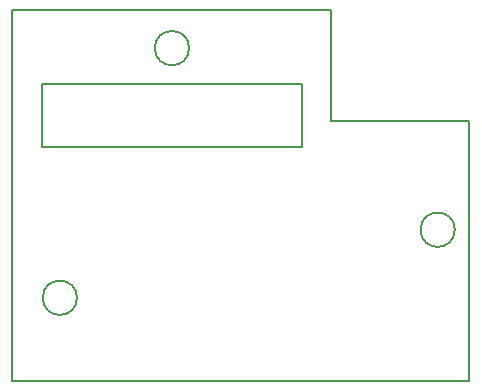
<source format=gbr>
G04 #@! TF.FileFunction,Drawing*
%FSLAX46Y46*%
G04 Gerber Fmt 4.6, Leading zero omitted, Abs format (unit mm)*
G04 Created by KiCad (PCBNEW 4.0.2-stable) date 04/04/2016 12:36:13*
%MOMM*%
G01*
G04 APERTURE LIST*
%ADD10C,0.100000*%
%ADD11C,0.150000*%
G04 APERTURE END LIST*
D10*
D11*
X138272205Y-108370000D02*
G75*
G03X138272205Y-108370000I-1452205J0D01*
G01*
X147762205Y-87232205D02*
G75*
G03X147762205Y-87232205I-1452205J0D01*
G01*
X170260000Y-102610000D02*
G75*
G03X170260000Y-102610000I-1452205J0D01*
G01*
X138272205Y-108370000D02*
G75*
G03X138272205Y-108370000I-1452205J0D01*
G01*
X157300000Y-95600000D02*
X135300000Y-95600000D01*
X157300000Y-90300000D02*
X157300000Y-95600000D01*
X135300000Y-90300000D02*
X157300000Y-90300000D01*
X135300000Y-95600000D02*
X135300000Y-90300000D01*
X171500000Y-115400000D02*
X132800000Y-115400000D01*
X171500000Y-115200000D02*
X171500000Y-115400000D01*
X171500000Y-111400000D02*
X171500000Y-115200000D01*
X171500000Y-103100000D02*
X171500000Y-111400000D01*
X171500000Y-93400000D02*
X171500000Y-103100000D01*
X159800000Y-93400000D02*
X171500000Y-93400000D01*
X159800000Y-84000000D02*
X159800000Y-93400000D01*
X132800000Y-84000000D02*
X159800000Y-84000000D01*
X132800000Y-84400000D02*
X132800000Y-84000000D01*
X132800000Y-85400000D02*
X132800000Y-84400000D01*
X132800000Y-115400000D02*
X132800000Y-85400000D01*
M02*

</source>
